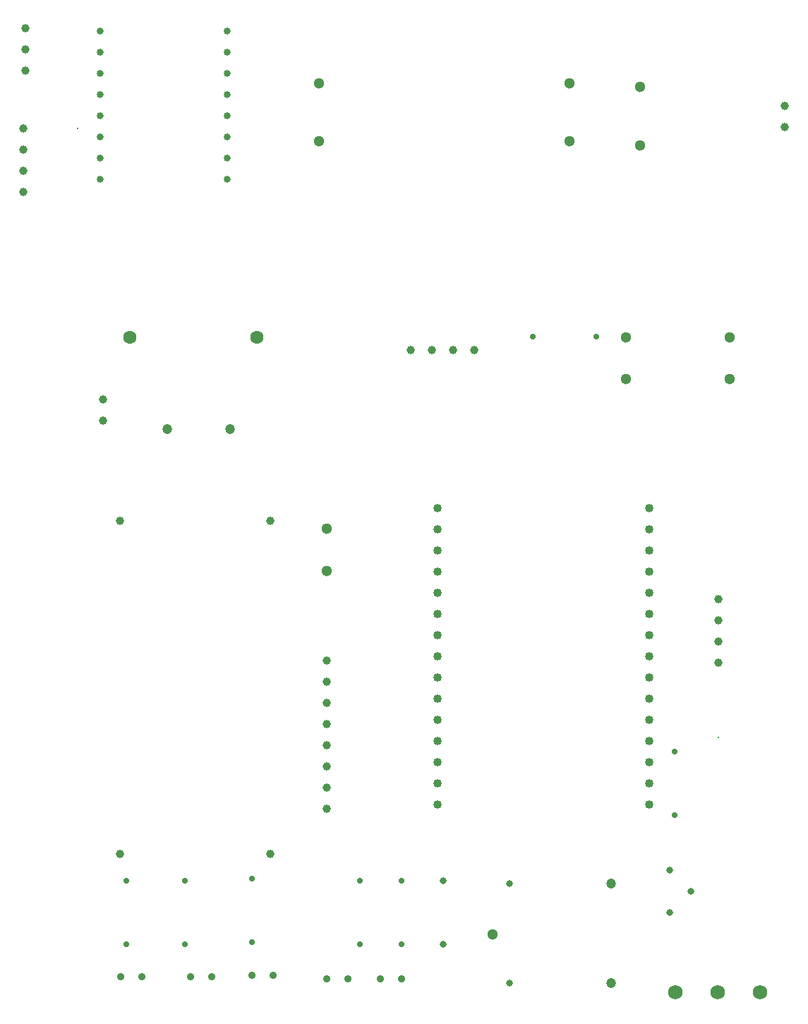
<source format=gbr>
%TF.GenerationSoftware,KiCad,Pcbnew,9.0.4*%
%TF.CreationDate,2025-11-05T17:17:29+05:30*%
%TF.ProjectId,BikeSSv3,42696b65-5353-4763-932e-6b696361645f,rev?*%
%TF.SameCoordinates,Original*%
%TF.FileFunction,Plated,1,2,PTH,Drill*%
%TF.FilePolarity,Positive*%
%FSLAX46Y46*%
G04 Gerber Fmt 4.6, Leading zero omitted, Abs format (unit mm)*
G04 Created by KiCad (PCBNEW 9.0.4) date 2025-11-05 17:17:29*
%MOMM*%
%LPD*%
G01*
G04 APERTURE LIST*
%TA.AperFunction,ViaDrill*%
%ADD10C,0.300000*%
%TD*%
%TA.AperFunction,ComponentDrill*%
%ADD11C,0.700000*%
%TD*%
%TA.AperFunction,ComponentDrill*%
%ADD12C,0.800000*%
%TD*%
%TA.AperFunction,ComponentDrill*%
%ADD13C,0.840000*%
%TD*%
%TA.AperFunction,ComponentDrill*%
%ADD14C,0.900000*%
%TD*%
%TA.AperFunction,ComponentDrill*%
%ADD15C,1.000000*%
%TD*%
%TA.AperFunction,ComponentDrill*%
%ADD16C,1.020000*%
%TD*%
%TA.AperFunction,ComponentDrill*%
%ADD17C,1.200000*%
%TD*%
%TA.AperFunction,ComponentDrill*%
%ADD18C,1.300000*%
%TD*%
%TA.AperFunction,ComponentDrill*%
%ADD19C,1.600000*%
%TD*%
%TA.AperFunction,ComponentDrill*%
%ADD20C,1.750000*%
%TD*%
G04 APERTURE END LIST*
D10*
X190000000Y-53000000D03*
X266880000Y-126000000D03*
D11*
%TO.C,R103*%
X195880000Y-143190000D03*
X195880000Y-150810000D03*
%TO.C,R101*%
X202880000Y-143190000D03*
X202880000Y-150810000D03*
%TO.C,R102*%
X210880000Y-142990000D03*
X210880000Y-150610000D03*
%TO.C,R106*%
X223880000Y-143190000D03*
X223880000Y-150810000D03*
%TO.C,R105*%
X228880000Y-143190000D03*
X228880000Y-150810000D03*
%TO.C,R104*%
X244590000Y-77925000D03*
X252210000Y-77925000D03*
%TO.C,R107*%
X261600000Y-127715000D03*
X261600000Y-135335000D03*
D12*
%TO.C,D105*%
X233880000Y-143190000D03*
X233880000Y-150810000D03*
%TO.C,K101*%
X241780000Y-143525000D03*
X241780000Y-155525000D03*
%TO.C,Q101*%
X261060000Y-141985000D03*
X261060000Y-147065000D03*
X263600000Y-144525000D03*
D13*
%TO.C,U102*%
X192750000Y-41250000D03*
X192750000Y-43790000D03*
X192750000Y-46330000D03*
X192750000Y-48870000D03*
X192750000Y-51410000D03*
X192750000Y-53950000D03*
X192750000Y-56490000D03*
X192750000Y-59030000D03*
X207990000Y-41250000D03*
X207990000Y-43790000D03*
X207990000Y-46330000D03*
X207990000Y-48870000D03*
X207990000Y-51410000D03*
X207990000Y-53950000D03*
X207990000Y-56490000D03*
X207990000Y-59030000D03*
D14*
%TO.C,D104*%
X195130000Y-154725000D03*
X197670000Y-154725000D03*
%TO.C,D102*%
X203530000Y-154725000D03*
X206070000Y-154725000D03*
%TO.C,D103*%
X210930000Y-154525000D03*
X213470000Y-154525000D03*
%TO.C,D107*%
X219880000Y-155000000D03*
X222420000Y-155000000D03*
%TO.C,D106*%
X226340000Y-155000000D03*
X228880000Y-155000000D03*
D15*
%TO.C,J109*%
X183500000Y-52960000D03*
X183500000Y-55500000D03*
X183500000Y-58040000D03*
X183500000Y-60580000D03*
%TO.C,J110*%
X183725000Y-40945000D03*
X183725000Y-43485000D03*
X183725000Y-46025000D03*
%TO.C,J101*%
X193053674Y-85500000D03*
X193053674Y-88000000D03*
%TO.C,J106*%
X195100000Y-100025000D03*
%TO.C,J108*%
X195100000Y-140025000D03*
%TO.C,J102*%
X213100000Y-100025000D03*
%TO.C,J103*%
X213100000Y-140025000D03*
%TO.C,J104*%
X219880000Y-116840000D03*
X219880000Y-119380000D03*
X219880000Y-121920000D03*
X219880000Y-124460000D03*
X219880000Y-127000000D03*
X219880000Y-129540000D03*
X219880000Y-132080000D03*
X219880000Y-134620000D03*
%TO.C,J107*%
X229980000Y-79525000D03*
X232520000Y-79525000D03*
X235060000Y-79525000D03*
X237600000Y-79525000D03*
%TO.C,J105*%
X266880000Y-109460000D03*
X266880000Y-112000000D03*
X266880000Y-114540000D03*
X266880000Y-117080000D03*
%TO.C,J111*%
X274850000Y-50250000D03*
X274850000Y-52750000D03*
D16*
%TO.C,U101*%
X233180000Y-98485000D03*
X233180000Y-101025000D03*
X233180000Y-103565000D03*
X233180000Y-106105000D03*
X233180000Y-108645000D03*
X233180000Y-111185000D03*
X233180000Y-113725000D03*
X233180000Y-116265000D03*
X233180000Y-118805000D03*
X233180000Y-121345000D03*
X233180000Y-123885000D03*
X233180000Y-126425000D03*
X233180000Y-128965000D03*
X233180000Y-131505000D03*
X233180000Y-134045000D03*
X258580000Y-98485000D03*
X258580000Y-101025000D03*
X258580000Y-103565000D03*
X258580000Y-106105000D03*
X258580000Y-108645000D03*
X258580000Y-111185000D03*
X258580000Y-113725000D03*
X258580000Y-116265000D03*
X258580000Y-118805000D03*
X258580000Y-121345000D03*
X258580000Y-123885000D03*
X258580000Y-126425000D03*
X258580000Y-128965000D03*
X258580000Y-131505000D03*
X258580000Y-134045000D03*
D17*
%TO.C,C101*%
X200752651Y-89000000D03*
X208252651Y-89000000D03*
%TO.C,K101*%
X253980000Y-143525000D03*
X253980000Y-155525000D03*
D18*
%TO.C,TP105*%
X219000000Y-47500000D03*
X219000000Y-54500000D03*
%TO.C,TP101*%
X219880000Y-100985000D03*
X219880000Y-106065000D03*
%TO.C,K101*%
X239780000Y-149645000D03*
%TO.C,TP104*%
X249000000Y-47500000D03*
X249000000Y-54500000D03*
%TO.C,SW102*%
X255750000Y-78025000D03*
X255750000Y-83025000D03*
%TO.C,TP102*%
X257500000Y-48000000D03*
X257500000Y-55000000D03*
%TO.C,SW102*%
X268250000Y-78025000D03*
X268250000Y-83025000D03*
D19*
%TO.C,D101*%
X196260000Y-78000000D03*
X211500000Y-78000000D03*
D20*
%TO.C,J112*%
X261720000Y-156600000D03*
X266800000Y-156600000D03*
X271880000Y-156600000D03*
M02*

</source>
